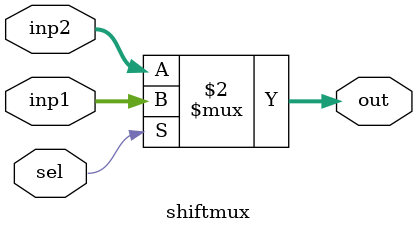
<source format=v>
`timescale 1ns / 1ps
module shiftmux(
    input [31:0]inp1,
    input [31:0]inp2,
    input sel,
    output [31:0]out
    );
 assign out=(sel==1)?inp1:inp2;

endmodule

</source>
